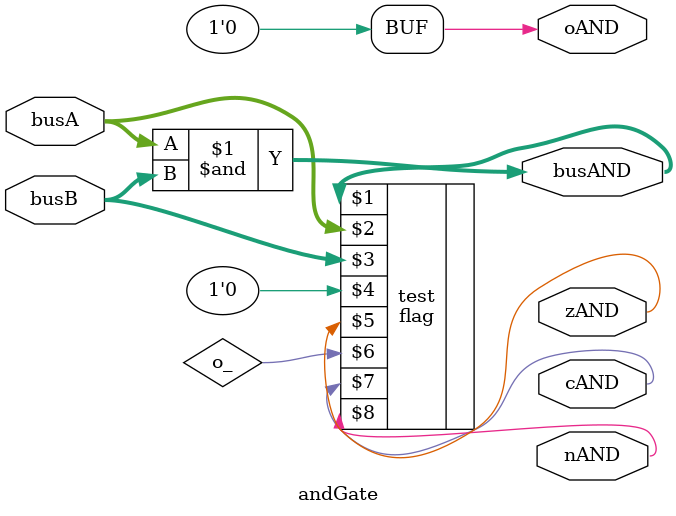
<source format=v>
module andGate (busAND, busA, busB, zAND, oAND, cAND, nAND);
	output [31:0] busAND;
	input  [31:0] busA, busB;
	output zAND, oAND, cAND, nAND;

	assign busAND = busA & busB;

	wire o_;
	flag test(busAND, busA, busB, 1'b0, zAND, o_, cAND, nAND);
	assign oAND = 1'b0;
endmodule
</source>
